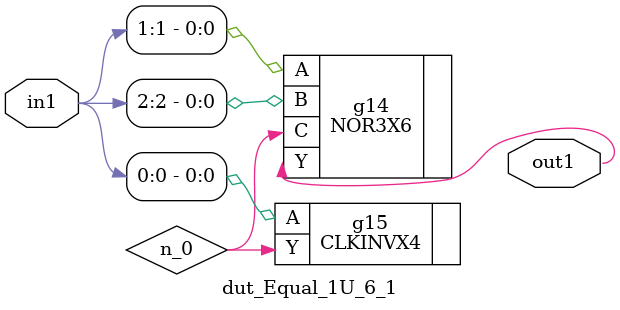
<source format=v>
`timescale 1ps / 1ps


module dut_Equal_1U_6_1(in1, out1);
  input [2:0] in1;
  output out1;
  wire [2:0] in1;
  wire out1;
  wire n_0;
  NOR3X6 g14(.A (in1[1]), .B (in1[2]), .C (n_0), .Y (out1));
  CLKINVX4 g15(.A (in1[0]), .Y (n_0));
endmodule



</source>
